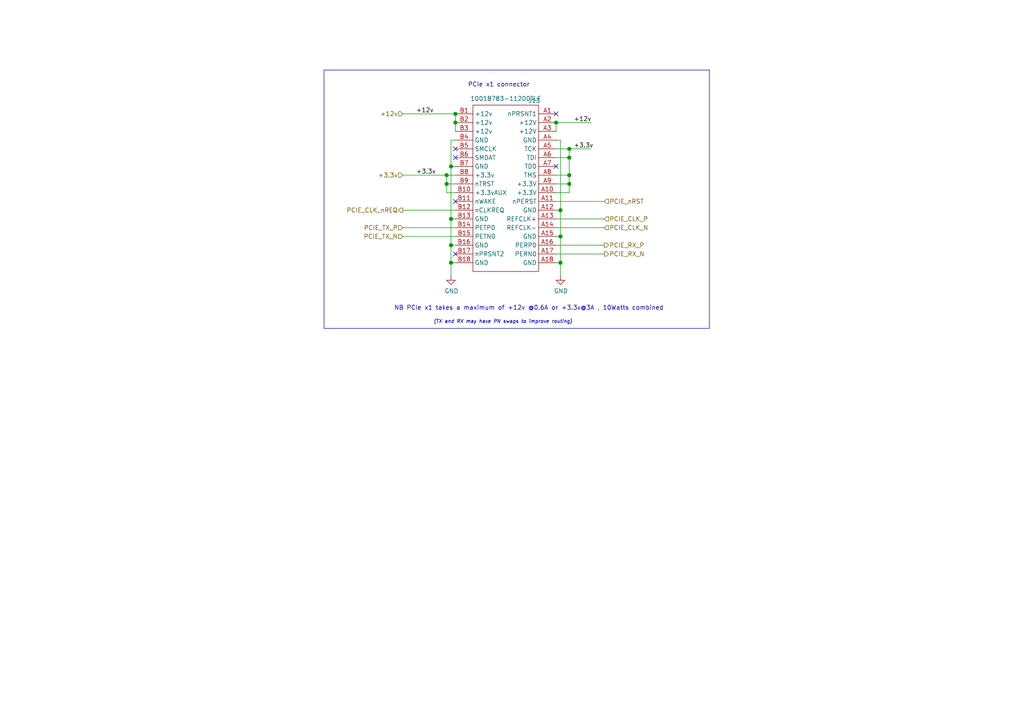
<source format=kicad_sch>
(kicad_sch (version 20210406) (generator eeschema)
  (paper "A4")
  (title_block (title "Compute Module 4 IO Board - PCIe") (rev "1") (company "(c) Raspberry Pi Trading 2020") (comment 1 "www.raspberrypi.org"))
  (lib_symbols
    (symbol "CM4IO:PCIe-x1"
      (property "Reference" "J" (at -13.97 36.83 0))
      (property "Value" "PCIe-x1" (at -5.08 -13.97 0))
      (symbol "PCIe-x1_0_0"
        (pin passive line (at 10.16 33.02 180) (length 5.08) (name "nPRSNT1") (number "A1"))
        (pin power_in line (at 10.16 10.16 180) (length 5.08) (name "+3.3V") (number "A10"))
        (pin input line (at 10.16 7.62 180) (length 5.08) (name "nPERST") (number "A11"))
        (pin power_in line (at 10.16 5.08 180) (length 5.08) (name "GND") (number "A12"))
        (pin input line (at 10.16 2.54 180) (length 5.08) (name "REFCLK+") (number "A13"))
        (pin input line (at 10.16 0 180) (length 5.08) (name "REFCLK-") (number "A14"))
        (pin power_in line (at 10.16 -2.54 180) (length 5.08) (name "GND") (number "A15"))
        (pin output line (at 10.16 -5.08 180) (length 5.08) (name "PERP0") (number "A16"))
        (pin output line (at 10.16 -7.62 180) (length 5.08) (name "PERN0") (number "A17"))
        (pin power_in line (at 10.16 -10.16 180) (length 5.08) (name "GND") (number "A18"))
        (pin power_in line (at 10.16 30.48 180) (length 5.08) (name "+12V") (number "A2"))
        (pin power_in line (at 10.16 27.94 180) (length 5.08) (name "+12V") (number "A3"))
        (pin power_in line (at 10.16 25.4 180) (length 5.08) (name "GND") (number "A4"))
        (pin input line (at 10.16 22.86 180) (length 5.08) (name "TCK") (number "A5"))
        (pin input line (at 10.16 20.32 180) (length 5.08) (name "TDI") (number "A6"))
        (pin output line (at 10.16 17.78 180) (length 5.08) (name "TD0") (number "A7"))
        (pin input line (at 10.16 15.24 180) (length 5.08) (name "TMS") (number "A8"))
        (pin power_in line (at 10.16 12.7 180) (length 5.08) (name "+3.3V") (number "A9"))
        (pin power_in line (at -19.05 33.02 0) (length 5.08) (name "+12v") (number "B1"))
        (pin power_in line (at -19.05 10.16 0) (length 5.08) (name "+3.3vAUX") (number "B10"))
        (pin open_collector line (at -19.05 7.62 0) (length 5.08) (name "nWAKE") (number "B11"))
        (pin open_collector line (at -19.05 5.08 0) (length 5.08) (name "nCLKREQ") (number "B12"))
        (pin power_in line (at -19.05 2.54 0) (length 5.08) (name "GND") (number "B13"))
        (pin input line (at -19.05 0 0) (length 5.08) (name "PETP0") (number "B14"))
        (pin input line (at -19.05 -2.54 0) (length 5.08) (name "PETN0") (number "B15"))
        (pin power_in line (at -19.05 -5.08 0) (length 5.08) (name "GND") (number "B16"))
        (pin passive line (at -19.05 -7.62 0) (length 5.08) (name "nPRSNT2") (number "B17"))
        (pin power_in line (at -19.05 -10.16 0) (length 5.08) (name "GND") (number "B18"))
        (pin power_in line (at -19.05 30.48 0) (length 5.08) (name "+12v") (number "B2"))
        (pin power_in line (at -19.05 27.94 0) (length 5.08) (name "+12v") (number "B3"))
        (pin power_in line (at -19.05 25.4 0) (length 5.08) (name "GND") (number "B4"))
        (pin passive line (at -19.05 22.86 0) (length 5.08) (name "SMCLK") (number "B5"))
        (pin passive line (at -19.05 20.32 0) (length 5.08) (name "SMDAT") (number "B6"))
        (pin power_in line (at -19.05 17.78 0) (length 5.08) (name "GND") (number "B7"))
        (pin power_in line (at -19.05 15.24 0) (length 5.08) (name "+3.3v") (number "B8"))
        (pin input line (at -19.05 12.7 0) (length 5.08) (name "nTRST") (number "B9"))
      )
      (symbol "PCIe-x1_0_1"
        (rectangle (start -13.97 35.56) (end 5.08 -12.7))
      )
    )
    (symbol "power:GND" (power) (pin_names (offset 0))
      (property "Value" "GND" (at 0 -3.81 0))
      (symbol "GND_0_1"
        (polyline (pts (xy 0 0) (xy 0 -1.27) (xy 1.27 -1.27) (xy 0 -2.54) (xy -1.27 -1.27) (xy 0 -1.27)))
      )
      (symbol "GND_1_1"
        (pin power_in line (at 0 0 270) (length 0) hide (name "GND") (number "1"))
      )
    )
  )
  (junction (at 129.54 50.8) (diameter 1.016))
  (junction (at 129.54 53.34) (diameter 1.016))
  (junction (at 130.81 48.26) (diameter 1.016))
  (junction (at 130.81 63.5) (diameter 1.016))
  (junction (at 130.81 71.12) (diameter 1.016))
  (junction (at 130.81 76.2) (diameter 1.016))
  (junction (at 132.08 33.02) (diameter 1.016))
  (junction (at 132.08 35.56) (diameter 1.016))
  (junction (at 161.29 35.56) (diameter 1.016))
  (junction (at 162.56 60.96) (diameter 1.016))
  (junction (at 162.56 68.58) (diameter 1.016))
  (junction (at 162.56 76.2) (diameter 1.016))
  (junction (at 165.1 43.18) (diameter 1.016))
  (junction (at 165.1 45.72) (diameter 1.016))
  (junction (at 165.1 50.8) (diameter 1.016))
  (junction (at 165.1 53.34) (diameter 1.016))
  (no_connect (at 132.08 43.18))
  (no_connect (at 132.08 45.72))
  (no_connect (at 132.08 58.42))
  (no_connect (at 132.08 73.66))
  (no_connect (at 161.29 33.02))
  (no_connect (at 161.29 48.26))
  (wire (pts (xy 116.84 33.02) (xy 132.08 33.02)))
  (wire (pts (xy 116.84 50.8) (xy 129.54 50.8)))
  (wire (pts (xy 129.54 50.8) (xy 129.54 53.34)))
  (wire (pts (xy 129.54 50.8) (xy 132.08 50.8)))
  (wire (pts (xy 129.54 53.34) (xy 129.54 55.88)))
  (wire (pts (xy 129.54 53.34) (xy 132.08 53.34)))
  (wire (pts (xy 129.54 55.88) (xy 132.08 55.88)))
  (wire (pts (xy 130.81 40.64) (xy 130.81 48.26)))
  (wire (pts (xy 130.81 48.26) (xy 130.81 63.5)))
  (wire (pts (xy 130.81 63.5) (xy 130.81 71.12)))
  (wire (pts (xy 130.81 71.12) (xy 130.81 76.2)))
  (wire (pts (xy 130.81 76.2) (xy 130.81 80.01)))
  (wire (pts (xy 130.81 76.2) (xy 132.08 76.2)))
  (wire (pts (xy 132.08 35.56) (xy 132.08 33.02)))
  (wire (pts (xy 132.08 38.1) (xy 132.08 35.56)))
  (wire (pts (xy 132.08 40.64) (xy 130.81 40.64)))
  (wire (pts (xy 132.08 48.26) (xy 130.81 48.26)))
  (wire (pts (xy 132.08 60.96) (xy 116.84 60.96)))
  (wire (pts (xy 132.08 63.5) (xy 130.81 63.5)))
  (wire (pts (xy 132.08 66.04) (xy 116.84 66.04)))
  (wire (pts (xy 132.08 68.58) (xy 116.84 68.58)))
  (wire (pts (xy 132.08 71.12) (xy 130.81 71.12)))
  (wire (pts (xy 161.29 35.56) (xy 171.45 35.56)))
  (wire (pts (xy 161.29 38.1) (xy 161.29 35.56)))
  (wire (pts (xy 161.29 40.64) (xy 162.56 40.64)))
  (wire (pts (xy 161.29 43.18) (xy 165.1 43.18)))
  (wire (pts (xy 161.29 45.72) (xy 165.1 45.72)))
  (wire (pts (xy 161.29 50.8) (xy 165.1 50.8)))
  (wire (pts (xy 161.29 53.34) (xy 165.1 53.34)))
  (wire (pts (xy 161.29 55.88) (xy 165.1 55.88)))
  (wire (pts (xy 161.29 58.42) (xy 175.26 58.42)))
  (wire (pts (xy 161.29 60.96) (xy 162.56 60.96)))
  (wire (pts (xy 161.29 63.5) (xy 175.26 63.5)))
  (wire (pts (xy 161.29 66.04) (xy 175.26 66.04)))
  (wire (pts (xy 161.29 68.58) (xy 162.56 68.58)))
  (wire (pts (xy 161.29 71.12) (xy 175.26 71.12)))
  (wire (pts (xy 161.29 73.66) (xy 175.26 73.66)))
  (wire (pts (xy 162.56 40.64) (xy 162.56 60.96)))
  (wire (pts (xy 162.56 60.96) (xy 162.56 68.58)))
  (wire (pts (xy 162.56 68.58) (xy 162.56 76.2)))
  (wire (pts (xy 162.56 76.2) (xy 161.29 76.2)))
  (wire (pts (xy 162.56 76.2) (xy 162.56 80.01)))
  (wire (pts (xy 165.1 43.18) (xy 165.1 45.72)))
  (wire (pts (xy 165.1 43.18) (xy 171.45 43.18)))
  (wire (pts (xy 165.1 45.72) (xy 165.1 50.8)))
  (wire (pts (xy 165.1 50.8) (xy 165.1 53.34)))
  (wire (pts (xy 165.1 55.88) (xy 165.1 53.34)))
  (polyline (pts (xy 93.98 20.32) (xy 205.74 20.32)) (stroke (width 0) (type solid)))
  (polyline (pts (xy 93.98 95.25) (xy 93.98 20.32)) (stroke (width 0) (type solid)))
  (polyline (pts (xy 205.74 20.32) (xy 205.74 95.25)) (stroke (width 0) (type solid)))
  (polyline (pts (xy 205.74 95.25) (xy 93.98 95.25)) (stroke (width 0) (type solid)))
  (text "NB PCIe x1 takes a maximum of +12v @0.6A or +3.3v@3A , 10Watts combined" (at 114.3 90.17 0) (effects (font (size 1.27 1.27)) (justify left bottom)))
  (text "(TX and RX may have PN swaps to improve routing)\n" (at 125.73 93.98 0) (effects (font (size 1 1) italic) (justify left bottom)))
  (text "PCIe x1 connector" (at 153.67 25.4 180) (effects (font (size 1.27 1.27)) (justify right bottom)))
  (label "+12v" (at 120.65 33.02 0))
  (label "+3.3v" (at 120.65 50.8 0))
  (label "+12v" (at 166.37 35.56 0))
  (label "+3.3v" (at 166.37 43.18 0))
  (hierarchical_label "+12v" (shape input) (at 116.84 33.02 180))
  (hierarchical_label "+3.3v" (shape input) (at 116.84 50.8 180))
  (hierarchical_label "PCIE_CLK_nREQ" (shape output) (at 116.84 60.96 180))
  (hierarchical_label "PCIE_TX_P" (shape input) (at 116.84 66.04 180))
  (hierarchical_label "PCIE_TX_N" (shape input) (at 116.84 68.58 180))
  (hierarchical_label "PCIE_nRST" (shape input) (at 175.26 58.42 0))
  (hierarchical_label "PCIE_CLK_P" (shape input) (at 175.26 63.5 0))
  (hierarchical_label "PCIE_CLK_N" (shape input) (at 175.26 66.04 0))
  (hierarchical_label "PCIE_RX_P" (shape output) (at 175.26 71.12 0))
  (hierarchical_label "PCIE_RX_N" (shape output) (at 175.26 73.66 0))
  (symbol (lib_id "power:GND") (at 130.81 80.01 0) (unit 1)
    (property "Reference" "#PWR083" (effects hide))
    (property "Value" "GND" (at 130.937 84.4042 0))
  )
  (symbol (lib_id "power:GND") (at 162.56 80.01 0) (unit 1)
    (property "Reference" "#PWR084" (effects hide))
    (property "Value" "GND" (at 162.687 84.4042 0))
  )
  (symbol (lib_id "CM4IO:PCIe-x1") (at 151.13 66.04 0) (unit 1)
    (property "Reference" "J13" (at 154.94 29.21 0))
    (property "Value" "10018783-11200TLF" (at 146.685 28.6004 0))
    (property "Footprint" "CM4IO:PCIex1-36" (effects hide))
    (property "Datasheet" "https://www.mouser.co.uk/datasheet/2/18/10018783-1525093.pdf" (effects hide))
    (property "Part Description" "PCI Express/PCI Connectors PCIE THROUGH HOLE 36P" (effects hide))
    (property "Manufacturer" "Amphenol FCI" (effects hide))
  )
)
</source>
